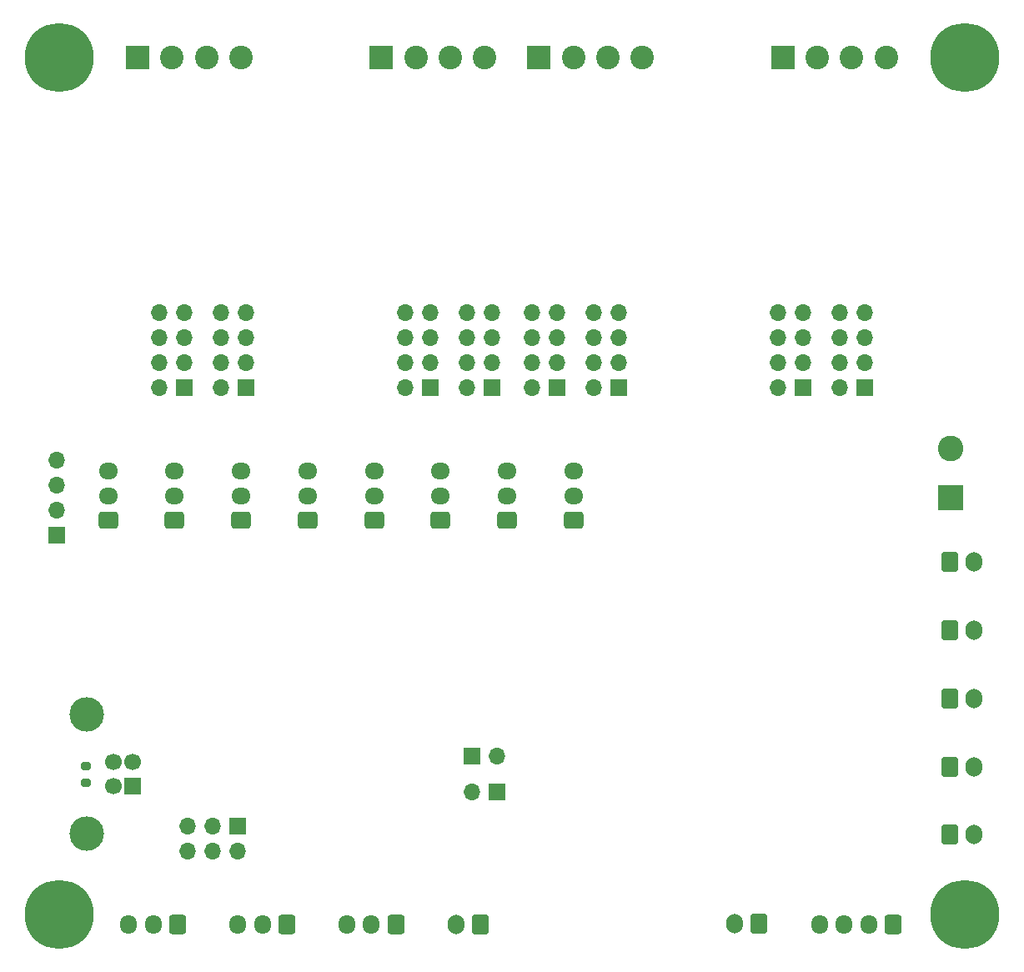
<source format=gbs>
G04 #@! TF.GenerationSoftware,KiCad,Pcbnew,7.0.8*
G04 #@! TF.CreationDate,2024-11-23T18:49:15+01:00*
G04 #@! TF.ProjectId,PCK-Controller,50434b2d-436f-46e7-9472-6f6c6c65722e,rev?*
G04 #@! TF.SameCoordinates,Original*
G04 #@! TF.FileFunction,Soldermask,Bot*
G04 #@! TF.FilePolarity,Negative*
%FSLAX46Y46*%
G04 Gerber Fmt 4.6, Leading zero omitted, Abs format (unit mm)*
G04 Created by KiCad (PCBNEW 7.0.8) date 2024-11-23 18:49:15*
%MOMM*%
%LPD*%
G01*
G04 APERTURE LIST*
G04 Aperture macros list*
%AMRoundRect*
0 Rectangle with rounded corners*
0 $1 Rounding radius*
0 $2 $3 $4 $5 $6 $7 $8 $9 X,Y pos of 4 corners*
0 Add a 4 corners polygon primitive as box body*
4,1,4,$2,$3,$4,$5,$6,$7,$8,$9,$2,$3,0*
0 Add four circle primitives for the rounded corners*
1,1,$1+$1,$2,$3*
1,1,$1+$1,$4,$5*
1,1,$1+$1,$6,$7*
1,1,$1+$1,$8,$9*
0 Add four rect primitives between the rounded corners*
20,1,$1+$1,$2,$3,$4,$5,0*
20,1,$1+$1,$4,$5,$6,$7,0*
20,1,$1+$1,$6,$7,$8,$9,0*
20,1,$1+$1,$8,$9,$2,$3,0*%
G04 Aperture macros list end*
%ADD10RoundRect,0.250000X0.600000X0.725000X-0.600000X0.725000X-0.600000X-0.725000X0.600000X-0.725000X0*%
%ADD11O,1.700000X1.950000*%
%ADD12R,2.600000X2.600000*%
%ADD13C,2.600000*%
%ADD14R,2.400000X2.400000*%
%ADD15C,2.400000*%
%ADD16R,1.700000X1.700000*%
%ADD17O,1.700000X1.700000*%
%ADD18RoundRect,0.250000X0.600000X0.750000X-0.600000X0.750000X-0.600000X-0.750000X0.600000X-0.750000X0*%
%ADD19O,1.700000X2.000000*%
%ADD20RoundRect,0.250000X-0.600000X-0.750000X0.600000X-0.750000X0.600000X0.750000X-0.600000X0.750000X0*%
%ADD21C,7.000000*%
%ADD22RoundRect,0.250000X0.725000X-0.600000X0.725000X0.600000X-0.725000X0.600000X-0.725000X-0.600000X0*%
%ADD23O,1.950000X1.700000*%
%ADD24C,1.700000*%
%ADD25C,3.500000*%
%ADD26RoundRect,0.200000X-0.275000X0.200000X-0.275000X-0.200000X0.275000X-0.200000X0.275000X0.200000X0*%
G04 APERTURE END LIST*
D10*
X127152400Y-141986000D03*
D11*
X124652400Y-141986000D03*
X122152400Y-141986000D03*
D12*
X194513400Y-98704400D03*
D13*
X194513400Y-93704400D03*
D10*
X188712800Y-142003000D03*
D11*
X186212800Y-142003000D03*
X183712800Y-142003000D03*
X181212800Y-142003000D03*
D14*
X112000000Y-54000000D03*
D15*
X115500000Y-54000000D03*
X119000000Y-54000000D03*
X122500000Y-54000000D03*
D16*
X154560000Y-87500000D03*
D17*
X152020000Y-87500000D03*
X154560000Y-84960000D03*
X152020000Y-84960000D03*
X154560000Y-82420000D03*
X152020000Y-82420000D03*
X154560000Y-79880000D03*
X152020000Y-79880000D03*
D18*
X146822800Y-141986000D03*
D19*
X144322800Y-141986000D03*
D20*
X194451600Y-119075200D03*
D19*
X196951600Y-119075200D03*
D16*
X145907061Y-124927690D03*
D17*
X148447061Y-124927690D03*
D21*
X196000000Y-141000000D03*
D16*
X141750000Y-87500000D03*
D17*
X139210000Y-87500000D03*
X141750000Y-84960000D03*
X139210000Y-84960000D03*
X141750000Y-82420000D03*
X139210000Y-82420000D03*
X141750000Y-79880000D03*
X139210000Y-79880000D03*
D22*
X129250000Y-101000000D03*
D23*
X129250000Y-98500000D03*
X129250000Y-96000000D03*
D20*
X194451600Y-105206800D03*
D19*
X196951600Y-105206800D03*
D16*
X123000000Y-87500000D03*
D17*
X120460000Y-87500000D03*
X123000000Y-84960000D03*
X120460000Y-84960000D03*
X123000000Y-82420000D03*
X120460000Y-82420000D03*
X123000000Y-79880000D03*
X120460000Y-79880000D03*
D20*
X194449875Y-132875800D03*
D19*
X196949875Y-132875800D03*
D16*
X111500000Y-128000000D03*
D24*
X111500000Y-125500000D03*
X109500000Y-125500000D03*
X109500000Y-128000000D03*
D25*
X106790000Y-132770000D03*
X106790000Y-120730000D03*
D16*
X122159000Y-132040200D03*
D17*
X122159000Y-134580200D03*
X119619000Y-132040200D03*
X119619000Y-134580200D03*
X117079000Y-132040200D03*
X117079000Y-134580200D03*
D14*
X136750000Y-54000000D03*
D15*
X140250000Y-54000000D03*
X143750000Y-54000000D03*
X147250000Y-54000000D03*
D22*
X122500000Y-101000000D03*
D23*
X122500000Y-98500000D03*
X122500000Y-96000000D03*
D16*
X179560000Y-87500000D03*
D17*
X177020000Y-87500000D03*
X179560000Y-84960000D03*
X177020000Y-84960000D03*
X179560000Y-82420000D03*
X177020000Y-82420000D03*
X179560000Y-79880000D03*
X177020000Y-79880000D03*
D21*
X104000000Y-141000000D03*
D16*
X148000000Y-87500000D03*
D17*
X145460000Y-87500000D03*
X148000000Y-84960000D03*
X145460000Y-84960000D03*
X148000000Y-82420000D03*
X145460000Y-82420000D03*
X148000000Y-79880000D03*
X145460000Y-79880000D03*
D14*
X152750000Y-54000000D03*
D15*
X156250000Y-54000000D03*
X159750000Y-54000000D03*
X163250000Y-54000000D03*
D10*
X138226800Y-141986000D03*
D11*
X135726800Y-141986000D03*
X133226800Y-141986000D03*
D16*
X103784400Y-102463600D03*
D17*
X103784400Y-99923600D03*
X103784400Y-97383600D03*
X103784400Y-94843600D03*
D14*
X177500000Y-54000000D03*
D15*
X181000000Y-54000000D03*
X184500000Y-54000000D03*
X188000000Y-54000000D03*
D18*
X175096800Y-141969200D03*
D19*
X172596800Y-141969200D03*
D16*
X160810000Y-87500000D03*
D17*
X158270000Y-87500000D03*
X160810000Y-84960000D03*
X158270000Y-84960000D03*
X160810000Y-82420000D03*
X158270000Y-82420000D03*
X160810000Y-79880000D03*
X158270000Y-79880000D03*
D22*
X136000000Y-101000000D03*
D23*
X136000000Y-98500000D03*
X136000000Y-96000000D03*
D16*
X148462910Y-128539430D03*
D17*
X145922910Y-128539430D03*
D21*
X196000000Y-54000000D03*
X104000000Y-54000000D03*
D20*
X194451600Y-112115600D03*
D19*
X196951600Y-112115600D03*
D22*
X156250000Y-101000000D03*
D23*
X156250000Y-98500000D03*
X156250000Y-96000000D03*
D10*
X116078000Y-141986000D03*
D11*
X113578000Y-141986000D03*
X111078000Y-141986000D03*
D22*
X149500000Y-101000000D03*
D23*
X149500000Y-98500000D03*
X149500000Y-96000000D03*
D22*
X109000000Y-101000000D03*
D23*
X109000000Y-98500000D03*
X109000000Y-96000000D03*
D22*
X142750000Y-101000000D03*
D23*
X142750000Y-98500000D03*
X142750000Y-96000000D03*
D16*
X116750000Y-87500000D03*
D17*
X114210000Y-87500000D03*
X116750000Y-84960000D03*
X114210000Y-84960000D03*
X116750000Y-82420000D03*
X114210000Y-82420000D03*
X116750000Y-79880000D03*
X114210000Y-79880000D03*
D22*
X115750000Y-101000000D03*
D23*
X115750000Y-98500000D03*
X115750000Y-96000000D03*
D20*
X194451600Y-125984000D03*
D19*
X196951600Y-125984000D03*
D16*
X185810000Y-87500000D03*
D17*
X183270000Y-87500000D03*
X185810000Y-84960000D03*
X183270000Y-84960000D03*
X185810000Y-82420000D03*
X183270000Y-82420000D03*
X185810000Y-79880000D03*
X183270000Y-79880000D03*
D26*
X106781600Y-125971800D03*
X106781600Y-127621800D03*
M02*

</source>
